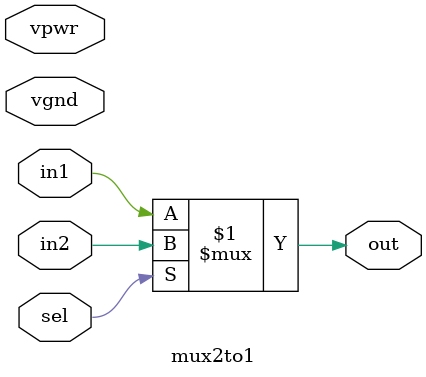
<source format=v>
module mux2to1 (
    in1 ,
    in2 ,
    sel ,
    out ,
    vpwr,
    vgnd
);

    output out ;
    input  in1 ;
    input  in2 ;
    input  sel ;
    input  vpwr;
    input  vgnd;

    assign out = sel ? in2 : in1;

endmodule
</source>
